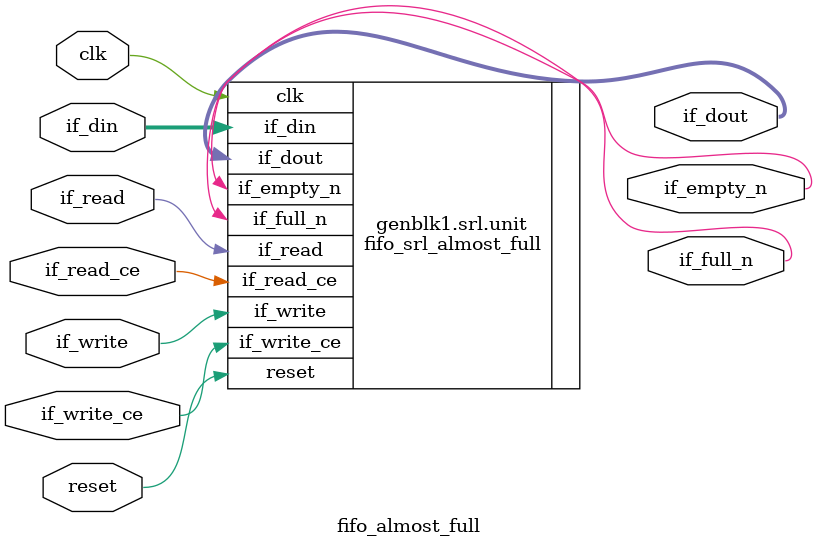
<source format=v>
`timescale 1 ns / 1 ps

module fifo_almost_full #(
  parameter DATA_WIDTH = 32,
  parameter ADDR_WIDTH = 5,
  parameter DEPTH      = 32,
  parameter GRACE_PERIOD = 2
) (
  input wire clk,
  input wire reset,
  // write
  output wire                  if_full_n,
  input  wire                  if_write_ce,
  input  wire                  if_write,
  input  wire [DATA_WIDTH-1:0] if_din,
  // read
  output wire                  if_empty_n,
  input  wire                  if_read_ce,
  input  wire                  if_read,
  output wire [DATA_WIDTH-1:0] if_dout
);
generate
  if (DATA_WIDTH >= 36 && DEPTH >= 4096) begin : uram
    fifo_bram_almost_full #(
      .MEM_STYLE   ("ultra"),
      .DATA_WIDTH  (DATA_WIDTH),
      .ADDR_WIDTH  (ADDR_WIDTH),
      .DEPTH       (DEPTH),
      .GRACE_PERIOD(GRACE_PERIOD)
    ) unit (
      .clk  (clk),
      .reset(reset),
      .if_full_n  (if_full_n),
      .if_write_ce(if_write_ce),
      .if_write   (if_write),
      .if_din     (if_din),
      .if_empty_n(if_empty_n),
      .if_read_ce(if_read_ce),
      .if_read   (if_read),
      .if_dout   (if_dout)
    );
  end else if (DEPTH >= 128) begin : bram
    fifo_bram_almost_full #(
      .MEM_STYLE ("block"),
      .DATA_WIDTH(DATA_WIDTH),
      .ADDR_WIDTH(ADDR_WIDTH),
      .DEPTH     (DEPTH),
      .GRACE_PERIOD(GRACE_PERIOD) /*********/
    ) unit (
      .clk  (clk),
      .reset(reset),
      .if_full_n  (if_full_n),
      .if_write_ce(if_write_ce),
      .if_write   (if_write),
      .if_din     (if_din),
      .if_empty_n(if_empty_n),
      .if_read_ce(if_read_ce),
      .if_read   (if_read),
      .if_dout   (if_dout)
    );
  end else begin : srl
    fifo_srl_almost_full #(
      .DATA_WIDTH(DATA_WIDTH),
      .ADDR_WIDTH(ADDR_WIDTH),
      .DEPTH     (DEPTH),
      .GRACE_PERIOD(GRACE_PERIOD) /*********/
    ) unit (
      .clk  (clk),
      .reset(reset),
      .if_full_n  (if_full_n),
      .if_write_ce(if_write_ce),
      .if_write   (if_write),
      .if_din     (if_din),
      .if_empty_n(if_empty_n),
      .if_read_ce(if_read_ce),
      .if_read   (if_read),
      .if_dout   (if_dout)
    );
  end
endgenerate
endmodule
</source>
